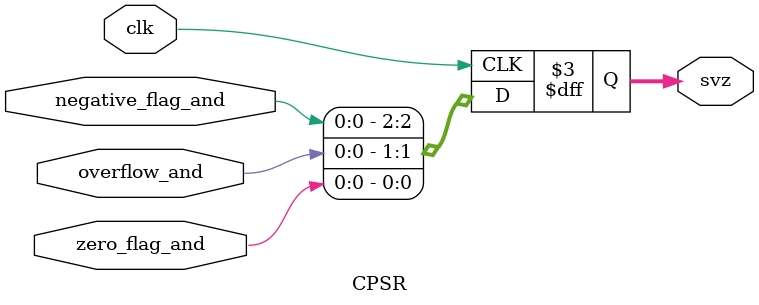
<source format=v>
module CPSR(negative_flag_and, overflow_and, zero_flag_and, svz, clk);

input negative_flag_and, overflow_and, zero_flag_and, clk;

output reg [2:0] svz;

always @(posedge clk)
begin
	svz[0] = zero_flag_and;
	svz[1] = overflow_and;
	svz[2] = negative_flag_and;

	// case(add_sub_bit)
	// 	2'b00: begin
	// 			if(~(a_most_significant) & ~(b_most_significant) & alu_out_most_significant) svz[1] = 1; // two pos add results in neg
	// 			else if ((a_most_significant) & (b_most_significant) & ~(alu_out_most_significant)) svz[1] = 1; // two neg add results in pos
	// 		end
	// 	2'b01: begin
	// 			if((a_most_significant) & ~(b_most_significant) & ~alu_out_most_significant) svz[1] = 1; // a - b results in pos (a=neg b=pos)
	// 			else if (~(a_most_significant) & (b_most_significant) & (alu_out_most_significant)) svz[1] = 1; // a - b results in neg (a=pos b=neg)
	// 		end
	// 	2'b11: svz[1] = 0 // no overflow
	// endcase
end
initial
begin
	svz[0]=0;
	svz[1]=0;
	svz[2]=0;
end
endmodule
</source>
